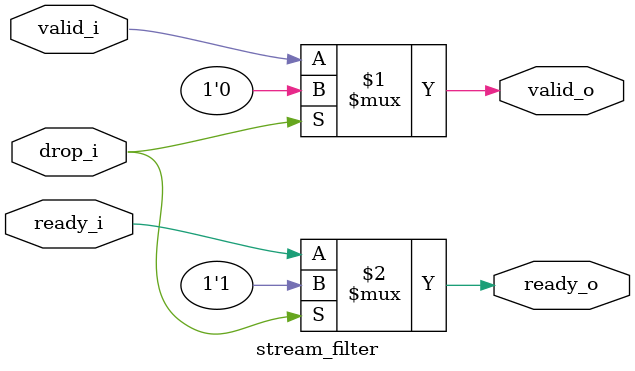
<source format=sv>

module stream_filter (
    input  logic valid_i,
    output logic ready_o,

    input  logic drop_i,

    output logic valid_o,
    input  logic ready_i
);

    assign valid_o = drop_i ? 1'b0 : valid_i;
    assign ready_o = drop_i ? 1'b1 : ready_i;

endmodule

</source>
